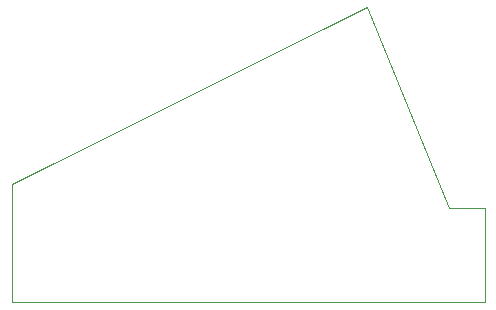
<source format=gbr>
%TF.GenerationSoftware,KiCad,Pcbnew,8.0.0*%
%TF.CreationDate,2025-10-26T17:29:43+03:00*%
%TF.ProjectId,SCART_Cable_Breakout,53434152-545f-4436-9162-6c655f427265,rev?*%
%TF.SameCoordinates,Original*%
%TF.FileFunction,Profile,NP*%
%FSLAX46Y46*%
G04 Gerber Fmt 4.6, Leading zero omitted, Abs format (unit mm)*
G04 Created by KiCad (PCBNEW 8.0.0) date 2025-10-26 17:29:43*
%MOMM*%
%LPD*%
G01*
G04 APERTURE LIST*
%TA.AperFunction,Profile*%
%ADD10C,0.050000*%
%TD*%
G04 APERTURE END LIST*
D10*
X110000000Y-95500000D02*
X113000000Y-95500000D01*
X113000000Y-103500000D01*
X73000000Y-103500000D01*
X73000000Y-93500000D01*
X103025353Y-78500000D01*
X110000000Y-95500000D01*
M02*

</source>
